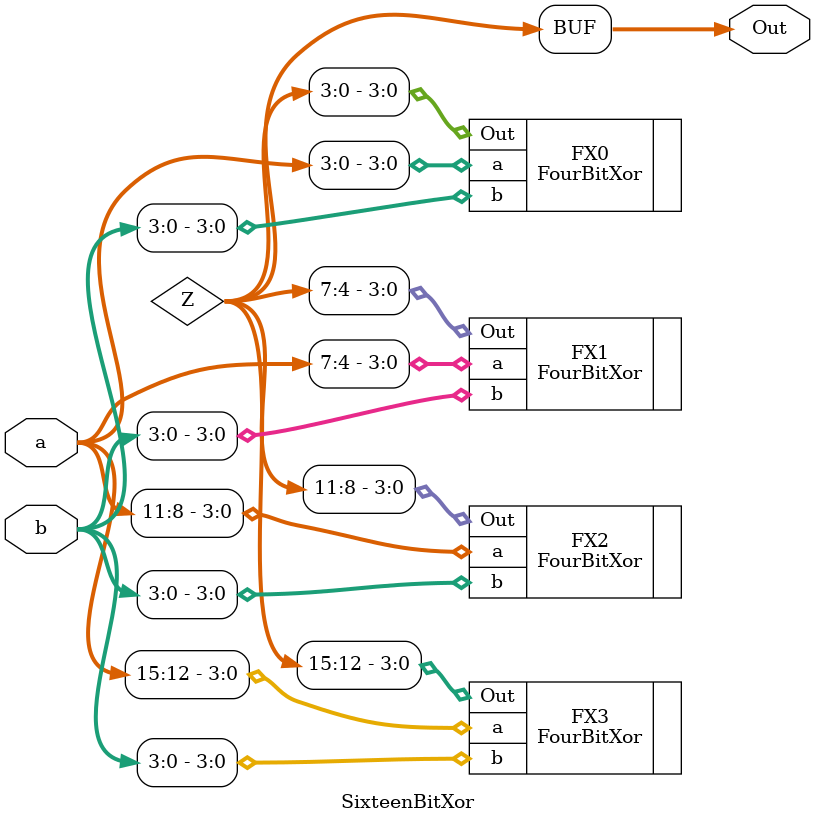
<source format=v>
module SixteenBitXor (a, b, Out);
	input [15:0] a;
	input [15:0] b;
	output [15:0] Out;
	wire [15:0] Z;
	wire [3:0] W;
	FourBitXor FX0(.a(a[3:0]), .b(b[3:0]), .Out(Z[3:0]));
	FourBitXor FX1(.a(a[7:4]), .b(b[3:0]), .Out(Z[7:4])); 
	FourBitXor FX2(.a(a[11:8]), .b(b[3:0]), .Out(Z[11:8])); 
	FourBitXor FX3(.a(a[15:12]), .b(b[3:0]), .Out(Z[15:12]));
	assign Out[15:0] = Z[15:0];
endmodule

</source>
